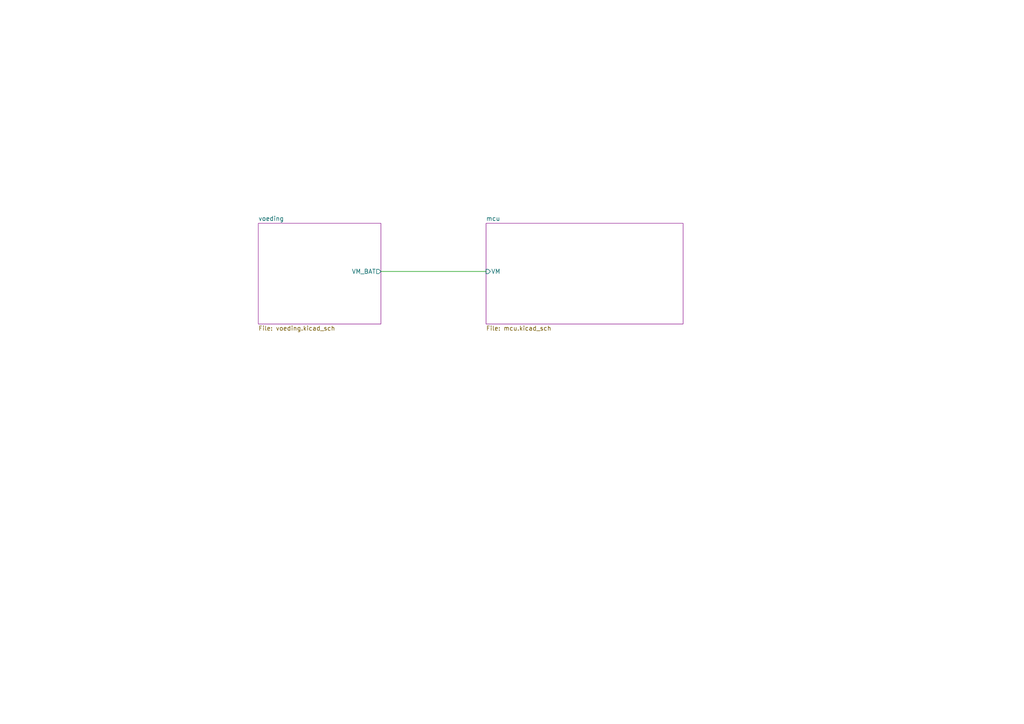
<source format=kicad_sch>
(kicad_sch (version 20210406) (generator eeschema)
  (paper "A4")
  (lib_symbols)
  (wire (pts (xy 110.49 78.74) (xy 140.97 78.74)))
  (sheet (at 140.97 64.77) (size 57.15 29.21) (stroke (width 0.0006) (color 132 0 132 1)) (fill (color 255 255 255 0.0000))
    (property "Sheet name" "mcu" (at 140.97 64.1343 0) (effects (justify left bottom)))
    (property "Sheet file" "mcu.kicad_sch" (at 140.97 94.4887 0) (effects (justify left top)))
    (pin "VM" input (at 140.97 78.74 180))
  )
  (sheet (at 74.93 64.77) (size 35.56 29.21) (stroke (width 0.0006) (color 132 0 132 1)) (fill (color 255 255 255 0.0000))
    (property "Sheet name" "voeding" (at 74.93 64.1343 0) (effects (justify left bottom)))
    (property "Sheet file" "voeding.kicad_sch" (at 74.93 94.4887 0) (effects (justify left top)))
    (pin "VM_BAT" output (at 110.49 78.74 0))
  )
)
</source>
